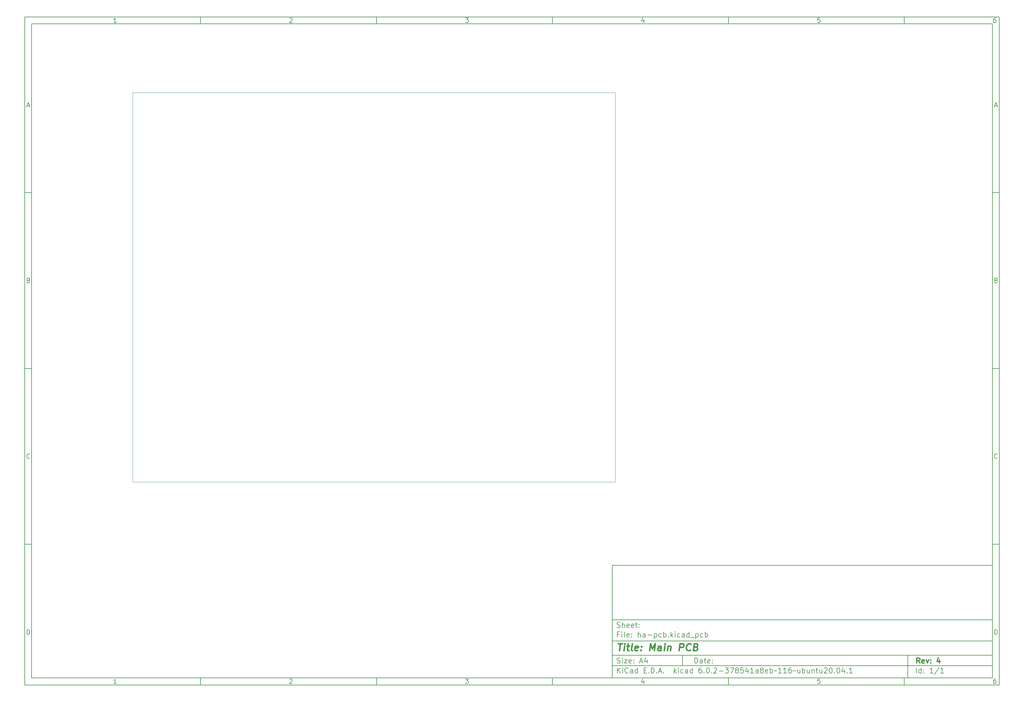
<source format=gbr>
%TF.GenerationSoftware,KiCad,Pcbnew,6.0.2-378541a8eb~116~ubuntu20.04.1*%
%TF.CreationDate,2022-03-11T14:36:40+02:00*%
%TF.ProjectId,ha-pcb,68612d70-6362-42e6-9b69-6361645f7063,4*%
%TF.SameCoordinates,Original*%
%TF.FileFunction,Legend,Bot*%
%TF.FilePolarity,Positive*%
%FSLAX46Y46*%
G04 Gerber Fmt 4.6, Leading zero omitted, Abs format (unit mm)*
G04 Created by KiCad (PCBNEW 6.0.2-378541a8eb~116~ubuntu20.04.1) date 2022-03-11 14:36:40*
%MOMM*%
%LPD*%
G01*
G04 APERTURE LIST*
%ADD10C,0.100000*%
%ADD11C,0.150000*%
%ADD12C,0.300000*%
%ADD13C,0.400000*%
%TA.AperFunction,Profile*%
%ADD14C,0.100000*%
%TD*%
G04 APERTURE END LIST*
D10*
D11*
X177002200Y-166007200D02*
X177002200Y-198007200D01*
X285002200Y-198007200D01*
X285002200Y-166007200D01*
X177002200Y-166007200D01*
D10*
D11*
X10000000Y-10000000D02*
X10000000Y-200007200D01*
X287002200Y-200007200D01*
X287002200Y-10000000D01*
X10000000Y-10000000D01*
D10*
D11*
X12000000Y-12000000D02*
X12000000Y-198007200D01*
X285002200Y-198007200D01*
X285002200Y-12000000D01*
X12000000Y-12000000D01*
D10*
D11*
X60000000Y-12000000D02*
X60000000Y-10000000D01*
D10*
D11*
X110000000Y-12000000D02*
X110000000Y-10000000D01*
D10*
D11*
X160000000Y-12000000D02*
X160000000Y-10000000D01*
D10*
D11*
X210000000Y-12000000D02*
X210000000Y-10000000D01*
D10*
D11*
X260000000Y-12000000D02*
X260000000Y-10000000D01*
D10*
D11*
X36065476Y-11588095D02*
X35322619Y-11588095D01*
X35694047Y-11588095D02*
X35694047Y-10288095D01*
X35570238Y-10473809D01*
X35446428Y-10597619D01*
X35322619Y-10659523D01*
D10*
D11*
X85322619Y-10411904D02*
X85384523Y-10350000D01*
X85508333Y-10288095D01*
X85817857Y-10288095D01*
X85941666Y-10350000D01*
X86003571Y-10411904D01*
X86065476Y-10535714D01*
X86065476Y-10659523D01*
X86003571Y-10845238D01*
X85260714Y-11588095D01*
X86065476Y-11588095D01*
D10*
D11*
X135260714Y-10288095D02*
X136065476Y-10288095D01*
X135632142Y-10783333D01*
X135817857Y-10783333D01*
X135941666Y-10845238D01*
X136003571Y-10907142D01*
X136065476Y-11030952D01*
X136065476Y-11340476D01*
X136003571Y-11464285D01*
X135941666Y-11526190D01*
X135817857Y-11588095D01*
X135446428Y-11588095D01*
X135322619Y-11526190D01*
X135260714Y-11464285D01*
D10*
D11*
X185941666Y-10721428D02*
X185941666Y-11588095D01*
X185632142Y-10226190D02*
X185322619Y-11154761D01*
X186127380Y-11154761D01*
D10*
D11*
X236003571Y-10288095D02*
X235384523Y-10288095D01*
X235322619Y-10907142D01*
X235384523Y-10845238D01*
X235508333Y-10783333D01*
X235817857Y-10783333D01*
X235941666Y-10845238D01*
X236003571Y-10907142D01*
X236065476Y-11030952D01*
X236065476Y-11340476D01*
X236003571Y-11464285D01*
X235941666Y-11526190D01*
X235817857Y-11588095D01*
X235508333Y-11588095D01*
X235384523Y-11526190D01*
X235322619Y-11464285D01*
D10*
D11*
X285941666Y-10288095D02*
X285694047Y-10288095D01*
X285570238Y-10350000D01*
X285508333Y-10411904D01*
X285384523Y-10597619D01*
X285322619Y-10845238D01*
X285322619Y-11340476D01*
X285384523Y-11464285D01*
X285446428Y-11526190D01*
X285570238Y-11588095D01*
X285817857Y-11588095D01*
X285941666Y-11526190D01*
X286003571Y-11464285D01*
X286065476Y-11340476D01*
X286065476Y-11030952D01*
X286003571Y-10907142D01*
X285941666Y-10845238D01*
X285817857Y-10783333D01*
X285570238Y-10783333D01*
X285446428Y-10845238D01*
X285384523Y-10907142D01*
X285322619Y-11030952D01*
D10*
D11*
X60000000Y-198007200D02*
X60000000Y-200007200D01*
D10*
D11*
X110000000Y-198007200D02*
X110000000Y-200007200D01*
D10*
D11*
X160000000Y-198007200D02*
X160000000Y-200007200D01*
D10*
D11*
X210000000Y-198007200D02*
X210000000Y-200007200D01*
D10*
D11*
X260000000Y-198007200D02*
X260000000Y-200007200D01*
D10*
D11*
X36065476Y-199595295D02*
X35322619Y-199595295D01*
X35694047Y-199595295D02*
X35694047Y-198295295D01*
X35570238Y-198481009D01*
X35446428Y-198604819D01*
X35322619Y-198666723D01*
D10*
D11*
X85322619Y-198419104D02*
X85384523Y-198357200D01*
X85508333Y-198295295D01*
X85817857Y-198295295D01*
X85941666Y-198357200D01*
X86003571Y-198419104D01*
X86065476Y-198542914D01*
X86065476Y-198666723D01*
X86003571Y-198852438D01*
X85260714Y-199595295D01*
X86065476Y-199595295D01*
D10*
D11*
X135260714Y-198295295D02*
X136065476Y-198295295D01*
X135632142Y-198790533D01*
X135817857Y-198790533D01*
X135941666Y-198852438D01*
X136003571Y-198914342D01*
X136065476Y-199038152D01*
X136065476Y-199347676D01*
X136003571Y-199471485D01*
X135941666Y-199533390D01*
X135817857Y-199595295D01*
X135446428Y-199595295D01*
X135322619Y-199533390D01*
X135260714Y-199471485D01*
D10*
D11*
X185941666Y-198728628D02*
X185941666Y-199595295D01*
X185632142Y-198233390D02*
X185322619Y-199161961D01*
X186127380Y-199161961D01*
D10*
D11*
X236003571Y-198295295D02*
X235384523Y-198295295D01*
X235322619Y-198914342D01*
X235384523Y-198852438D01*
X235508333Y-198790533D01*
X235817857Y-198790533D01*
X235941666Y-198852438D01*
X236003571Y-198914342D01*
X236065476Y-199038152D01*
X236065476Y-199347676D01*
X236003571Y-199471485D01*
X235941666Y-199533390D01*
X235817857Y-199595295D01*
X235508333Y-199595295D01*
X235384523Y-199533390D01*
X235322619Y-199471485D01*
D10*
D11*
X285941666Y-198295295D02*
X285694047Y-198295295D01*
X285570238Y-198357200D01*
X285508333Y-198419104D01*
X285384523Y-198604819D01*
X285322619Y-198852438D01*
X285322619Y-199347676D01*
X285384523Y-199471485D01*
X285446428Y-199533390D01*
X285570238Y-199595295D01*
X285817857Y-199595295D01*
X285941666Y-199533390D01*
X286003571Y-199471485D01*
X286065476Y-199347676D01*
X286065476Y-199038152D01*
X286003571Y-198914342D01*
X285941666Y-198852438D01*
X285817857Y-198790533D01*
X285570238Y-198790533D01*
X285446428Y-198852438D01*
X285384523Y-198914342D01*
X285322619Y-199038152D01*
D10*
D11*
X10000000Y-60000000D02*
X12000000Y-60000000D01*
D10*
D11*
X10000000Y-110000000D02*
X12000000Y-110000000D01*
D10*
D11*
X10000000Y-160000000D02*
X12000000Y-160000000D01*
D10*
D11*
X10690476Y-35216666D02*
X11309523Y-35216666D01*
X10566666Y-35588095D02*
X11000000Y-34288095D01*
X11433333Y-35588095D01*
D10*
D11*
X11092857Y-84907142D02*
X11278571Y-84969047D01*
X11340476Y-85030952D01*
X11402380Y-85154761D01*
X11402380Y-85340476D01*
X11340476Y-85464285D01*
X11278571Y-85526190D01*
X11154761Y-85588095D01*
X10659523Y-85588095D01*
X10659523Y-84288095D01*
X11092857Y-84288095D01*
X11216666Y-84350000D01*
X11278571Y-84411904D01*
X11340476Y-84535714D01*
X11340476Y-84659523D01*
X11278571Y-84783333D01*
X11216666Y-84845238D01*
X11092857Y-84907142D01*
X10659523Y-84907142D01*
D10*
D11*
X11402380Y-135464285D02*
X11340476Y-135526190D01*
X11154761Y-135588095D01*
X11030952Y-135588095D01*
X10845238Y-135526190D01*
X10721428Y-135402380D01*
X10659523Y-135278571D01*
X10597619Y-135030952D01*
X10597619Y-134845238D01*
X10659523Y-134597619D01*
X10721428Y-134473809D01*
X10845238Y-134350000D01*
X11030952Y-134288095D01*
X11154761Y-134288095D01*
X11340476Y-134350000D01*
X11402380Y-134411904D01*
D10*
D11*
X10659523Y-185588095D02*
X10659523Y-184288095D01*
X10969047Y-184288095D01*
X11154761Y-184350000D01*
X11278571Y-184473809D01*
X11340476Y-184597619D01*
X11402380Y-184845238D01*
X11402380Y-185030952D01*
X11340476Y-185278571D01*
X11278571Y-185402380D01*
X11154761Y-185526190D01*
X10969047Y-185588095D01*
X10659523Y-185588095D01*
D10*
D11*
X287002200Y-60000000D02*
X285002200Y-60000000D01*
D10*
D11*
X287002200Y-110000000D02*
X285002200Y-110000000D01*
D10*
D11*
X287002200Y-160000000D02*
X285002200Y-160000000D01*
D10*
D11*
X285692676Y-35216666D02*
X286311723Y-35216666D01*
X285568866Y-35588095D02*
X286002200Y-34288095D01*
X286435533Y-35588095D01*
D10*
D11*
X286095057Y-84907142D02*
X286280771Y-84969047D01*
X286342676Y-85030952D01*
X286404580Y-85154761D01*
X286404580Y-85340476D01*
X286342676Y-85464285D01*
X286280771Y-85526190D01*
X286156961Y-85588095D01*
X285661723Y-85588095D01*
X285661723Y-84288095D01*
X286095057Y-84288095D01*
X286218866Y-84350000D01*
X286280771Y-84411904D01*
X286342676Y-84535714D01*
X286342676Y-84659523D01*
X286280771Y-84783333D01*
X286218866Y-84845238D01*
X286095057Y-84907142D01*
X285661723Y-84907142D01*
D10*
D11*
X286404580Y-135464285D02*
X286342676Y-135526190D01*
X286156961Y-135588095D01*
X286033152Y-135588095D01*
X285847438Y-135526190D01*
X285723628Y-135402380D01*
X285661723Y-135278571D01*
X285599819Y-135030952D01*
X285599819Y-134845238D01*
X285661723Y-134597619D01*
X285723628Y-134473809D01*
X285847438Y-134350000D01*
X286033152Y-134288095D01*
X286156961Y-134288095D01*
X286342676Y-134350000D01*
X286404580Y-134411904D01*
D10*
D11*
X285661723Y-185588095D02*
X285661723Y-184288095D01*
X285971247Y-184288095D01*
X286156961Y-184350000D01*
X286280771Y-184473809D01*
X286342676Y-184597619D01*
X286404580Y-184845238D01*
X286404580Y-185030952D01*
X286342676Y-185278571D01*
X286280771Y-185402380D01*
X286156961Y-185526190D01*
X285971247Y-185588095D01*
X285661723Y-185588095D01*
D10*
D11*
X200434342Y-193785771D02*
X200434342Y-192285771D01*
X200791485Y-192285771D01*
X201005771Y-192357200D01*
X201148628Y-192500057D01*
X201220057Y-192642914D01*
X201291485Y-192928628D01*
X201291485Y-193142914D01*
X201220057Y-193428628D01*
X201148628Y-193571485D01*
X201005771Y-193714342D01*
X200791485Y-193785771D01*
X200434342Y-193785771D01*
X202577200Y-193785771D02*
X202577200Y-193000057D01*
X202505771Y-192857200D01*
X202362914Y-192785771D01*
X202077200Y-192785771D01*
X201934342Y-192857200D01*
X202577200Y-193714342D02*
X202434342Y-193785771D01*
X202077200Y-193785771D01*
X201934342Y-193714342D01*
X201862914Y-193571485D01*
X201862914Y-193428628D01*
X201934342Y-193285771D01*
X202077200Y-193214342D01*
X202434342Y-193214342D01*
X202577200Y-193142914D01*
X203077200Y-192785771D02*
X203648628Y-192785771D01*
X203291485Y-192285771D02*
X203291485Y-193571485D01*
X203362914Y-193714342D01*
X203505771Y-193785771D01*
X203648628Y-193785771D01*
X204720057Y-193714342D02*
X204577200Y-193785771D01*
X204291485Y-193785771D01*
X204148628Y-193714342D01*
X204077200Y-193571485D01*
X204077200Y-193000057D01*
X204148628Y-192857200D01*
X204291485Y-192785771D01*
X204577200Y-192785771D01*
X204720057Y-192857200D01*
X204791485Y-193000057D01*
X204791485Y-193142914D01*
X204077200Y-193285771D01*
X205434342Y-193642914D02*
X205505771Y-193714342D01*
X205434342Y-193785771D01*
X205362914Y-193714342D01*
X205434342Y-193642914D01*
X205434342Y-193785771D01*
X205434342Y-192857200D02*
X205505771Y-192928628D01*
X205434342Y-193000057D01*
X205362914Y-192928628D01*
X205434342Y-192857200D01*
X205434342Y-193000057D01*
D10*
D11*
X177002200Y-194507200D02*
X285002200Y-194507200D01*
D10*
D11*
X178434342Y-196585771D02*
X178434342Y-195085771D01*
X179291485Y-196585771D02*
X178648628Y-195728628D01*
X179291485Y-195085771D02*
X178434342Y-195942914D01*
X179934342Y-196585771D02*
X179934342Y-195585771D01*
X179934342Y-195085771D02*
X179862914Y-195157200D01*
X179934342Y-195228628D01*
X180005771Y-195157200D01*
X179934342Y-195085771D01*
X179934342Y-195228628D01*
X181505771Y-196442914D02*
X181434342Y-196514342D01*
X181220057Y-196585771D01*
X181077200Y-196585771D01*
X180862914Y-196514342D01*
X180720057Y-196371485D01*
X180648628Y-196228628D01*
X180577200Y-195942914D01*
X180577200Y-195728628D01*
X180648628Y-195442914D01*
X180720057Y-195300057D01*
X180862914Y-195157200D01*
X181077200Y-195085771D01*
X181220057Y-195085771D01*
X181434342Y-195157200D01*
X181505771Y-195228628D01*
X182791485Y-196585771D02*
X182791485Y-195800057D01*
X182720057Y-195657200D01*
X182577200Y-195585771D01*
X182291485Y-195585771D01*
X182148628Y-195657200D01*
X182791485Y-196514342D02*
X182648628Y-196585771D01*
X182291485Y-196585771D01*
X182148628Y-196514342D01*
X182077200Y-196371485D01*
X182077200Y-196228628D01*
X182148628Y-196085771D01*
X182291485Y-196014342D01*
X182648628Y-196014342D01*
X182791485Y-195942914D01*
X184148628Y-196585771D02*
X184148628Y-195085771D01*
X184148628Y-196514342D02*
X184005771Y-196585771D01*
X183720057Y-196585771D01*
X183577200Y-196514342D01*
X183505771Y-196442914D01*
X183434342Y-196300057D01*
X183434342Y-195871485D01*
X183505771Y-195728628D01*
X183577200Y-195657200D01*
X183720057Y-195585771D01*
X184005771Y-195585771D01*
X184148628Y-195657200D01*
X186005771Y-195800057D02*
X186505771Y-195800057D01*
X186720057Y-196585771D02*
X186005771Y-196585771D01*
X186005771Y-195085771D01*
X186720057Y-195085771D01*
X187362914Y-196442914D02*
X187434342Y-196514342D01*
X187362914Y-196585771D01*
X187291485Y-196514342D01*
X187362914Y-196442914D01*
X187362914Y-196585771D01*
X188077200Y-196585771D02*
X188077200Y-195085771D01*
X188434342Y-195085771D01*
X188648628Y-195157200D01*
X188791485Y-195300057D01*
X188862914Y-195442914D01*
X188934342Y-195728628D01*
X188934342Y-195942914D01*
X188862914Y-196228628D01*
X188791485Y-196371485D01*
X188648628Y-196514342D01*
X188434342Y-196585771D01*
X188077200Y-196585771D01*
X189577200Y-196442914D02*
X189648628Y-196514342D01*
X189577200Y-196585771D01*
X189505771Y-196514342D01*
X189577200Y-196442914D01*
X189577200Y-196585771D01*
X190220057Y-196157200D02*
X190934342Y-196157200D01*
X190077200Y-196585771D02*
X190577200Y-195085771D01*
X191077200Y-196585771D01*
X191577200Y-196442914D02*
X191648628Y-196514342D01*
X191577200Y-196585771D01*
X191505771Y-196514342D01*
X191577200Y-196442914D01*
X191577200Y-196585771D01*
X194577200Y-196585771D02*
X194577200Y-195085771D01*
X194720057Y-196014342D02*
X195148628Y-196585771D01*
X195148628Y-195585771D02*
X194577200Y-196157200D01*
X195791485Y-196585771D02*
X195791485Y-195585771D01*
X195791485Y-195085771D02*
X195720057Y-195157200D01*
X195791485Y-195228628D01*
X195862914Y-195157200D01*
X195791485Y-195085771D01*
X195791485Y-195228628D01*
X197148628Y-196514342D02*
X197005771Y-196585771D01*
X196720057Y-196585771D01*
X196577200Y-196514342D01*
X196505771Y-196442914D01*
X196434342Y-196300057D01*
X196434342Y-195871485D01*
X196505771Y-195728628D01*
X196577200Y-195657200D01*
X196720057Y-195585771D01*
X197005771Y-195585771D01*
X197148628Y-195657200D01*
X198434342Y-196585771D02*
X198434342Y-195800057D01*
X198362914Y-195657200D01*
X198220057Y-195585771D01*
X197934342Y-195585771D01*
X197791485Y-195657200D01*
X198434342Y-196514342D02*
X198291485Y-196585771D01*
X197934342Y-196585771D01*
X197791485Y-196514342D01*
X197720057Y-196371485D01*
X197720057Y-196228628D01*
X197791485Y-196085771D01*
X197934342Y-196014342D01*
X198291485Y-196014342D01*
X198434342Y-195942914D01*
X199791485Y-196585771D02*
X199791485Y-195085771D01*
X199791485Y-196514342D02*
X199648628Y-196585771D01*
X199362914Y-196585771D01*
X199220057Y-196514342D01*
X199148628Y-196442914D01*
X199077200Y-196300057D01*
X199077200Y-195871485D01*
X199148628Y-195728628D01*
X199220057Y-195657200D01*
X199362914Y-195585771D01*
X199648628Y-195585771D01*
X199791485Y-195657200D01*
X202291485Y-195085771D02*
X202005771Y-195085771D01*
X201862914Y-195157200D01*
X201791485Y-195228628D01*
X201648628Y-195442914D01*
X201577200Y-195728628D01*
X201577200Y-196300057D01*
X201648628Y-196442914D01*
X201720057Y-196514342D01*
X201862914Y-196585771D01*
X202148628Y-196585771D01*
X202291485Y-196514342D01*
X202362914Y-196442914D01*
X202434342Y-196300057D01*
X202434342Y-195942914D01*
X202362914Y-195800057D01*
X202291485Y-195728628D01*
X202148628Y-195657200D01*
X201862914Y-195657200D01*
X201720057Y-195728628D01*
X201648628Y-195800057D01*
X201577200Y-195942914D01*
X203077200Y-196442914D02*
X203148628Y-196514342D01*
X203077200Y-196585771D01*
X203005771Y-196514342D01*
X203077200Y-196442914D01*
X203077200Y-196585771D01*
X204077200Y-195085771D02*
X204220057Y-195085771D01*
X204362914Y-195157200D01*
X204434342Y-195228628D01*
X204505771Y-195371485D01*
X204577200Y-195657200D01*
X204577200Y-196014342D01*
X204505771Y-196300057D01*
X204434342Y-196442914D01*
X204362914Y-196514342D01*
X204220057Y-196585771D01*
X204077200Y-196585771D01*
X203934342Y-196514342D01*
X203862914Y-196442914D01*
X203791485Y-196300057D01*
X203720057Y-196014342D01*
X203720057Y-195657200D01*
X203791485Y-195371485D01*
X203862914Y-195228628D01*
X203934342Y-195157200D01*
X204077200Y-195085771D01*
X205220057Y-196442914D02*
X205291485Y-196514342D01*
X205220057Y-196585771D01*
X205148628Y-196514342D01*
X205220057Y-196442914D01*
X205220057Y-196585771D01*
X205862914Y-195228628D02*
X205934342Y-195157200D01*
X206077200Y-195085771D01*
X206434342Y-195085771D01*
X206577200Y-195157200D01*
X206648628Y-195228628D01*
X206720057Y-195371485D01*
X206720057Y-195514342D01*
X206648628Y-195728628D01*
X205791485Y-196585771D01*
X206720057Y-196585771D01*
X207362914Y-196014342D02*
X208505771Y-196014342D01*
X209077200Y-195085771D02*
X210005771Y-195085771D01*
X209505771Y-195657200D01*
X209720057Y-195657200D01*
X209862914Y-195728628D01*
X209934342Y-195800057D01*
X210005771Y-195942914D01*
X210005771Y-196300057D01*
X209934342Y-196442914D01*
X209862914Y-196514342D01*
X209720057Y-196585771D01*
X209291485Y-196585771D01*
X209148628Y-196514342D01*
X209077200Y-196442914D01*
X210505771Y-195085771D02*
X211505771Y-195085771D01*
X210862914Y-196585771D01*
X212291485Y-195728628D02*
X212148628Y-195657200D01*
X212077200Y-195585771D01*
X212005771Y-195442914D01*
X212005771Y-195371485D01*
X212077200Y-195228628D01*
X212148628Y-195157200D01*
X212291485Y-195085771D01*
X212577200Y-195085771D01*
X212720057Y-195157200D01*
X212791485Y-195228628D01*
X212862914Y-195371485D01*
X212862914Y-195442914D01*
X212791485Y-195585771D01*
X212720057Y-195657200D01*
X212577200Y-195728628D01*
X212291485Y-195728628D01*
X212148628Y-195800057D01*
X212077200Y-195871485D01*
X212005771Y-196014342D01*
X212005771Y-196300057D01*
X212077200Y-196442914D01*
X212148628Y-196514342D01*
X212291485Y-196585771D01*
X212577200Y-196585771D01*
X212720057Y-196514342D01*
X212791485Y-196442914D01*
X212862914Y-196300057D01*
X212862914Y-196014342D01*
X212791485Y-195871485D01*
X212720057Y-195800057D01*
X212577200Y-195728628D01*
X214220057Y-195085771D02*
X213505771Y-195085771D01*
X213434342Y-195800057D01*
X213505771Y-195728628D01*
X213648628Y-195657200D01*
X214005771Y-195657200D01*
X214148628Y-195728628D01*
X214220057Y-195800057D01*
X214291485Y-195942914D01*
X214291485Y-196300057D01*
X214220057Y-196442914D01*
X214148628Y-196514342D01*
X214005771Y-196585771D01*
X213648628Y-196585771D01*
X213505771Y-196514342D01*
X213434342Y-196442914D01*
X215577200Y-195585771D02*
X215577200Y-196585771D01*
X215220057Y-195014342D02*
X214862914Y-196085771D01*
X215791485Y-196085771D01*
X217148628Y-196585771D02*
X216291485Y-196585771D01*
X216720057Y-196585771D02*
X216720057Y-195085771D01*
X216577200Y-195300057D01*
X216434342Y-195442914D01*
X216291485Y-195514342D01*
X218434342Y-196585771D02*
X218434342Y-195800057D01*
X218362914Y-195657200D01*
X218220057Y-195585771D01*
X217934342Y-195585771D01*
X217791485Y-195657200D01*
X218434342Y-196514342D02*
X218291485Y-196585771D01*
X217934342Y-196585771D01*
X217791485Y-196514342D01*
X217720057Y-196371485D01*
X217720057Y-196228628D01*
X217791485Y-196085771D01*
X217934342Y-196014342D01*
X218291485Y-196014342D01*
X218434342Y-195942914D01*
X219362914Y-195728628D02*
X219220057Y-195657200D01*
X219148628Y-195585771D01*
X219077200Y-195442914D01*
X219077200Y-195371485D01*
X219148628Y-195228628D01*
X219220057Y-195157200D01*
X219362914Y-195085771D01*
X219648628Y-195085771D01*
X219791485Y-195157200D01*
X219862914Y-195228628D01*
X219934342Y-195371485D01*
X219934342Y-195442914D01*
X219862914Y-195585771D01*
X219791485Y-195657200D01*
X219648628Y-195728628D01*
X219362914Y-195728628D01*
X219220057Y-195800057D01*
X219148628Y-195871485D01*
X219077200Y-196014342D01*
X219077200Y-196300057D01*
X219148628Y-196442914D01*
X219220057Y-196514342D01*
X219362914Y-196585771D01*
X219648628Y-196585771D01*
X219791485Y-196514342D01*
X219862914Y-196442914D01*
X219934342Y-196300057D01*
X219934342Y-196014342D01*
X219862914Y-195871485D01*
X219791485Y-195800057D01*
X219648628Y-195728628D01*
X221148628Y-196514342D02*
X221005771Y-196585771D01*
X220720057Y-196585771D01*
X220577200Y-196514342D01*
X220505771Y-196371485D01*
X220505771Y-195800057D01*
X220577200Y-195657200D01*
X220720057Y-195585771D01*
X221005771Y-195585771D01*
X221148628Y-195657200D01*
X221220057Y-195800057D01*
X221220057Y-195942914D01*
X220505771Y-196085771D01*
X221862914Y-196585771D02*
X221862914Y-195085771D01*
X221862914Y-195657200D02*
X222005771Y-195585771D01*
X222291485Y-195585771D01*
X222434342Y-195657200D01*
X222505771Y-195728628D01*
X222577200Y-195871485D01*
X222577200Y-196300057D01*
X222505771Y-196442914D01*
X222434342Y-196514342D01*
X222291485Y-196585771D01*
X222005771Y-196585771D01*
X221862914Y-196514342D01*
X223005771Y-196014342D02*
X223077200Y-195942914D01*
X223220057Y-195871485D01*
X223505771Y-196014342D01*
X223648628Y-195942914D01*
X223720057Y-195871485D01*
X225077200Y-196585771D02*
X224220057Y-196585771D01*
X224648628Y-196585771D02*
X224648628Y-195085771D01*
X224505771Y-195300057D01*
X224362914Y-195442914D01*
X224220057Y-195514342D01*
X226505771Y-196585771D02*
X225648628Y-196585771D01*
X226077200Y-196585771D02*
X226077200Y-195085771D01*
X225934342Y-195300057D01*
X225791485Y-195442914D01*
X225648628Y-195514342D01*
X227791485Y-195085771D02*
X227505771Y-195085771D01*
X227362914Y-195157200D01*
X227291485Y-195228628D01*
X227148628Y-195442914D01*
X227077199Y-195728628D01*
X227077199Y-196300057D01*
X227148628Y-196442914D01*
X227220057Y-196514342D01*
X227362914Y-196585771D01*
X227648628Y-196585771D01*
X227791485Y-196514342D01*
X227862914Y-196442914D01*
X227934342Y-196300057D01*
X227934342Y-195942914D01*
X227862914Y-195800057D01*
X227791485Y-195728628D01*
X227648628Y-195657200D01*
X227362914Y-195657200D01*
X227220057Y-195728628D01*
X227148628Y-195800057D01*
X227077199Y-195942914D01*
X228362914Y-196014342D02*
X228434342Y-195942914D01*
X228577199Y-195871485D01*
X228862914Y-196014342D01*
X229005771Y-195942914D01*
X229077199Y-195871485D01*
X230291485Y-195585771D02*
X230291485Y-196585771D01*
X229648628Y-195585771D02*
X229648628Y-196371485D01*
X229720057Y-196514342D01*
X229862914Y-196585771D01*
X230077199Y-196585771D01*
X230220057Y-196514342D01*
X230291485Y-196442914D01*
X231005771Y-196585771D02*
X231005771Y-195085771D01*
X231005771Y-195657200D02*
X231148628Y-195585771D01*
X231434342Y-195585771D01*
X231577199Y-195657200D01*
X231648628Y-195728628D01*
X231720057Y-195871485D01*
X231720057Y-196300057D01*
X231648628Y-196442914D01*
X231577199Y-196514342D01*
X231434342Y-196585771D01*
X231148628Y-196585771D01*
X231005771Y-196514342D01*
X233005771Y-195585771D02*
X233005771Y-196585771D01*
X232362914Y-195585771D02*
X232362914Y-196371485D01*
X232434342Y-196514342D01*
X232577200Y-196585771D01*
X232791485Y-196585771D01*
X232934342Y-196514342D01*
X233005771Y-196442914D01*
X233720057Y-195585771D02*
X233720057Y-196585771D01*
X233720057Y-195728628D02*
X233791485Y-195657200D01*
X233934342Y-195585771D01*
X234148628Y-195585771D01*
X234291485Y-195657200D01*
X234362914Y-195800057D01*
X234362914Y-196585771D01*
X234862914Y-195585771D02*
X235434342Y-195585771D01*
X235077200Y-195085771D02*
X235077200Y-196371485D01*
X235148628Y-196514342D01*
X235291485Y-196585771D01*
X235434342Y-196585771D01*
X236577200Y-195585771D02*
X236577200Y-196585771D01*
X235934342Y-195585771D02*
X235934342Y-196371485D01*
X236005771Y-196514342D01*
X236148628Y-196585771D01*
X236362914Y-196585771D01*
X236505771Y-196514342D01*
X236577200Y-196442914D01*
X237220057Y-195228628D02*
X237291485Y-195157200D01*
X237434342Y-195085771D01*
X237791485Y-195085771D01*
X237934342Y-195157200D01*
X238005771Y-195228628D01*
X238077200Y-195371485D01*
X238077200Y-195514342D01*
X238005771Y-195728628D01*
X237148628Y-196585771D01*
X238077200Y-196585771D01*
X239005771Y-195085771D02*
X239148628Y-195085771D01*
X239291485Y-195157200D01*
X239362914Y-195228628D01*
X239434342Y-195371485D01*
X239505771Y-195657200D01*
X239505771Y-196014342D01*
X239434342Y-196300057D01*
X239362914Y-196442914D01*
X239291485Y-196514342D01*
X239148628Y-196585771D01*
X239005771Y-196585771D01*
X238862914Y-196514342D01*
X238791485Y-196442914D01*
X238720057Y-196300057D01*
X238648628Y-196014342D01*
X238648628Y-195657200D01*
X238720057Y-195371485D01*
X238791485Y-195228628D01*
X238862914Y-195157200D01*
X239005771Y-195085771D01*
X240148628Y-196442914D02*
X240220057Y-196514342D01*
X240148628Y-196585771D01*
X240077199Y-196514342D01*
X240148628Y-196442914D01*
X240148628Y-196585771D01*
X241148628Y-195085771D02*
X241291485Y-195085771D01*
X241434342Y-195157200D01*
X241505771Y-195228628D01*
X241577200Y-195371485D01*
X241648628Y-195657200D01*
X241648628Y-196014342D01*
X241577200Y-196300057D01*
X241505771Y-196442914D01*
X241434342Y-196514342D01*
X241291485Y-196585771D01*
X241148628Y-196585771D01*
X241005771Y-196514342D01*
X240934342Y-196442914D01*
X240862914Y-196300057D01*
X240791485Y-196014342D01*
X240791485Y-195657200D01*
X240862914Y-195371485D01*
X240934342Y-195228628D01*
X241005771Y-195157200D01*
X241148628Y-195085771D01*
X242934342Y-195585771D02*
X242934342Y-196585771D01*
X242577199Y-195014342D02*
X242220057Y-196085771D01*
X243148628Y-196085771D01*
X243720057Y-196442914D02*
X243791485Y-196514342D01*
X243720057Y-196585771D01*
X243648628Y-196514342D01*
X243720057Y-196442914D01*
X243720057Y-196585771D01*
X245220057Y-196585771D02*
X244362914Y-196585771D01*
X244791485Y-196585771D02*
X244791485Y-195085771D01*
X244648628Y-195300057D01*
X244505771Y-195442914D01*
X244362914Y-195514342D01*
D10*
D11*
X177002200Y-191507200D02*
X285002200Y-191507200D01*
D10*
D12*
X264411485Y-193785771D02*
X263911485Y-193071485D01*
X263554342Y-193785771D02*
X263554342Y-192285771D01*
X264125771Y-192285771D01*
X264268628Y-192357200D01*
X264340057Y-192428628D01*
X264411485Y-192571485D01*
X264411485Y-192785771D01*
X264340057Y-192928628D01*
X264268628Y-193000057D01*
X264125771Y-193071485D01*
X263554342Y-193071485D01*
X265625771Y-193714342D02*
X265482914Y-193785771D01*
X265197200Y-193785771D01*
X265054342Y-193714342D01*
X264982914Y-193571485D01*
X264982914Y-193000057D01*
X265054342Y-192857200D01*
X265197200Y-192785771D01*
X265482914Y-192785771D01*
X265625771Y-192857200D01*
X265697200Y-193000057D01*
X265697200Y-193142914D01*
X264982914Y-193285771D01*
X266197200Y-192785771D02*
X266554342Y-193785771D01*
X266911485Y-192785771D01*
X267482914Y-193642914D02*
X267554342Y-193714342D01*
X267482914Y-193785771D01*
X267411485Y-193714342D01*
X267482914Y-193642914D01*
X267482914Y-193785771D01*
X267482914Y-192857200D02*
X267554342Y-192928628D01*
X267482914Y-193000057D01*
X267411485Y-192928628D01*
X267482914Y-192857200D01*
X267482914Y-193000057D01*
X269982914Y-192785771D02*
X269982914Y-193785771D01*
X269625771Y-192214342D02*
X269268628Y-193285771D01*
X270197200Y-193285771D01*
D10*
D11*
X178362914Y-193714342D02*
X178577200Y-193785771D01*
X178934342Y-193785771D01*
X179077200Y-193714342D01*
X179148628Y-193642914D01*
X179220057Y-193500057D01*
X179220057Y-193357200D01*
X179148628Y-193214342D01*
X179077200Y-193142914D01*
X178934342Y-193071485D01*
X178648628Y-193000057D01*
X178505771Y-192928628D01*
X178434342Y-192857200D01*
X178362914Y-192714342D01*
X178362914Y-192571485D01*
X178434342Y-192428628D01*
X178505771Y-192357200D01*
X178648628Y-192285771D01*
X179005771Y-192285771D01*
X179220057Y-192357200D01*
X179862914Y-193785771D02*
X179862914Y-192785771D01*
X179862914Y-192285771D02*
X179791485Y-192357200D01*
X179862914Y-192428628D01*
X179934342Y-192357200D01*
X179862914Y-192285771D01*
X179862914Y-192428628D01*
X180434342Y-192785771D02*
X181220057Y-192785771D01*
X180434342Y-193785771D01*
X181220057Y-193785771D01*
X182362914Y-193714342D02*
X182220057Y-193785771D01*
X181934342Y-193785771D01*
X181791485Y-193714342D01*
X181720057Y-193571485D01*
X181720057Y-193000057D01*
X181791485Y-192857200D01*
X181934342Y-192785771D01*
X182220057Y-192785771D01*
X182362914Y-192857200D01*
X182434342Y-193000057D01*
X182434342Y-193142914D01*
X181720057Y-193285771D01*
X183077200Y-193642914D02*
X183148628Y-193714342D01*
X183077200Y-193785771D01*
X183005771Y-193714342D01*
X183077200Y-193642914D01*
X183077200Y-193785771D01*
X183077200Y-192857200D02*
X183148628Y-192928628D01*
X183077200Y-193000057D01*
X183005771Y-192928628D01*
X183077200Y-192857200D01*
X183077200Y-193000057D01*
X184862914Y-193357200D02*
X185577200Y-193357200D01*
X184720057Y-193785771D02*
X185220057Y-192285771D01*
X185720057Y-193785771D01*
X186862914Y-192785771D02*
X186862914Y-193785771D01*
X186505771Y-192214342D02*
X186148628Y-193285771D01*
X187077200Y-193285771D01*
D10*
D11*
X263434342Y-196585771D02*
X263434342Y-195085771D01*
X264791485Y-196585771D02*
X264791485Y-195085771D01*
X264791485Y-196514342D02*
X264648628Y-196585771D01*
X264362914Y-196585771D01*
X264220057Y-196514342D01*
X264148628Y-196442914D01*
X264077200Y-196300057D01*
X264077200Y-195871485D01*
X264148628Y-195728628D01*
X264220057Y-195657200D01*
X264362914Y-195585771D01*
X264648628Y-195585771D01*
X264791485Y-195657200D01*
X265505771Y-196442914D02*
X265577200Y-196514342D01*
X265505771Y-196585771D01*
X265434342Y-196514342D01*
X265505771Y-196442914D01*
X265505771Y-196585771D01*
X265505771Y-195657200D02*
X265577200Y-195728628D01*
X265505771Y-195800057D01*
X265434342Y-195728628D01*
X265505771Y-195657200D01*
X265505771Y-195800057D01*
X268148628Y-196585771D02*
X267291485Y-196585771D01*
X267720057Y-196585771D02*
X267720057Y-195085771D01*
X267577200Y-195300057D01*
X267434342Y-195442914D01*
X267291485Y-195514342D01*
X269862914Y-195014342D02*
X268577200Y-196942914D01*
X271148628Y-196585771D02*
X270291485Y-196585771D01*
X270720057Y-196585771D02*
X270720057Y-195085771D01*
X270577200Y-195300057D01*
X270434342Y-195442914D01*
X270291485Y-195514342D01*
D10*
D11*
X177002200Y-187507200D02*
X285002200Y-187507200D01*
D10*
D13*
X178714580Y-188211961D02*
X179857438Y-188211961D01*
X179036009Y-190211961D02*
X179286009Y-188211961D01*
X180274104Y-190211961D02*
X180440771Y-188878628D01*
X180524104Y-188211961D02*
X180416961Y-188307200D01*
X180500295Y-188402438D01*
X180607438Y-188307200D01*
X180524104Y-188211961D01*
X180500295Y-188402438D01*
X181107438Y-188878628D02*
X181869342Y-188878628D01*
X181476485Y-188211961D02*
X181262200Y-189926247D01*
X181333628Y-190116723D01*
X181512200Y-190211961D01*
X181702676Y-190211961D01*
X182655057Y-190211961D02*
X182476485Y-190116723D01*
X182405057Y-189926247D01*
X182619342Y-188211961D01*
X184190771Y-190116723D02*
X183988390Y-190211961D01*
X183607438Y-190211961D01*
X183428866Y-190116723D01*
X183357438Y-189926247D01*
X183452676Y-189164342D01*
X183571723Y-188973866D01*
X183774104Y-188878628D01*
X184155057Y-188878628D01*
X184333628Y-188973866D01*
X184405057Y-189164342D01*
X184381247Y-189354819D01*
X183405057Y-189545295D01*
X185155057Y-190021485D02*
X185238390Y-190116723D01*
X185131247Y-190211961D01*
X185047914Y-190116723D01*
X185155057Y-190021485D01*
X185131247Y-190211961D01*
X185286009Y-188973866D02*
X185369342Y-189069104D01*
X185262200Y-189164342D01*
X185178866Y-189069104D01*
X185286009Y-188973866D01*
X185262200Y-189164342D01*
X187607438Y-190211961D02*
X187857438Y-188211961D01*
X188345533Y-189640533D01*
X189190771Y-188211961D01*
X188940771Y-190211961D01*
X190750295Y-190211961D02*
X190881247Y-189164342D01*
X190809819Y-188973866D01*
X190631247Y-188878628D01*
X190250295Y-188878628D01*
X190047914Y-188973866D01*
X190762200Y-190116723D02*
X190559819Y-190211961D01*
X190083628Y-190211961D01*
X189905057Y-190116723D01*
X189833628Y-189926247D01*
X189857438Y-189735771D01*
X189976485Y-189545295D01*
X190178866Y-189450057D01*
X190655057Y-189450057D01*
X190857438Y-189354819D01*
X191702676Y-190211961D02*
X191869342Y-188878628D01*
X191952676Y-188211961D02*
X191845533Y-188307200D01*
X191928866Y-188402438D01*
X192036009Y-188307200D01*
X191952676Y-188211961D01*
X191928866Y-188402438D01*
X192821723Y-188878628D02*
X192655057Y-190211961D01*
X192797914Y-189069104D02*
X192905057Y-188973866D01*
X193107438Y-188878628D01*
X193393152Y-188878628D01*
X193571723Y-188973866D01*
X193643152Y-189164342D01*
X193512200Y-190211961D01*
X195988390Y-190211961D02*
X196238390Y-188211961D01*
X197000295Y-188211961D01*
X197178866Y-188307200D01*
X197262200Y-188402438D01*
X197333628Y-188592914D01*
X197297914Y-188878628D01*
X197178866Y-189069104D01*
X197071723Y-189164342D01*
X196869342Y-189259580D01*
X196107438Y-189259580D01*
X199155057Y-190021485D02*
X199047914Y-190116723D01*
X198750295Y-190211961D01*
X198559819Y-190211961D01*
X198286009Y-190116723D01*
X198119342Y-189926247D01*
X198047914Y-189735771D01*
X198000295Y-189354819D01*
X198036009Y-189069104D01*
X198178866Y-188688152D01*
X198297914Y-188497676D01*
X198512200Y-188307200D01*
X198809819Y-188211961D01*
X199000295Y-188211961D01*
X199274104Y-188307200D01*
X199357438Y-188402438D01*
X200786009Y-189164342D02*
X201059819Y-189259580D01*
X201143152Y-189354819D01*
X201214580Y-189545295D01*
X201178866Y-189831009D01*
X201059819Y-190021485D01*
X200952676Y-190116723D01*
X200750295Y-190211961D01*
X199988390Y-190211961D01*
X200238390Y-188211961D01*
X200905057Y-188211961D01*
X201083628Y-188307200D01*
X201166961Y-188402438D01*
X201238390Y-188592914D01*
X201214580Y-188783390D01*
X201095533Y-188973866D01*
X200988390Y-189069104D01*
X200786009Y-189164342D01*
X200119342Y-189164342D01*
D10*
D11*
X178934342Y-185600057D02*
X178434342Y-185600057D01*
X178434342Y-186385771D02*
X178434342Y-184885771D01*
X179148628Y-184885771D01*
X179720057Y-186385771D02*
X179720057Y-185385771D01*
X179720057Y-184885771D02*
X179648628Y-184957200D01*
X179720057Y-185028628D01*
X179791485Y-184957200D01*
X179720057Y-184885771D01*
X179720057Y-185028628D01*
X180648628Y-186385771D02*
X180505771Y-186314342D01*
X180434342Y-186171485D01*
X180434342Y-184885771D01*
X181791485Y-186314342D02*
X181648628Y-186385771D01*
X181362914Y-186385771D01*
X181220057Y-186314342D01*
X181148628Y-186171485D01*
X181148628Y-185600057D01*
X181220057Y-185457200D01*
X181362914Y-185385771D01*
X181648628Y-185385771D01*
X181791485Y-185457200D01*
X181862914Y-185600057D01*
X181862914Y-185742914D01*
X181148628Y-185885771D01*
X182505771Y-186242914D02*
X182577200Y-186314342D01*
X182505771Y-186385771D01*
X182434342Y-186314342D01*
X182505771Y-186242914D01*
X182505771Y-186385771D01*
X182505771Y-185457200D02*
X182577200Y-185528628D01*
X182505771Y-185600057D01*
X182434342Y-185528628D01*
X182505771Y-185457200D01*
X182505771Y-185600057D01*
X184362914Y-186385771D02*
X184362914Y-184885771D01*
X185005771Y-186385771D02*
X185005771Y-185600057D01*
X184934342Y-185457200D01*
X184791485Y-185385771D01*
X184577200Y-185385771D01*
X184434342Y-185457200D01*
X184362914Y-185528628D01*
X186362914Y-186385771D02*
X186362914Y-185600057D01*
X186291485Y-185457200D01*
X186148628Y-185385771D01*
X185862914Y-185385771D01*
X185720057Y-185457200D01*
X186362914Y-186314342D02*
X186220057Y-186385771D01*
X185862914Y-186385771D01*
X185720057Y-186314342D01*
X185648628Y-186171485D01*
X185648628Y-186028628D01*
X185720057Y-185885771D01*
X185862914Y-185814342D01*
X186220057Y-185814342D01*
X186362914Y-185742914D01*
X187077200Y-185814342D02*
X188220057Y-185814342D01*
X188934342Y-185385771D02*
X188934342Y-186885771D01*
X188934342Y-185457200D02*
X189077200Y-185385771D01*
X189362914Y-185385771D01*
X189505771Y-185457200D01*
X189577200Y-185528628D01*
X189648628Y-185671485D01*
X189648628Y-186100057D01*
X189577200Y-186242914D01*
X189505771Y-186314342D01*
X189362914Y-186385771D01*
X189077200Y-186385771D01*
X188934342Y-186314342D01*
X190934342Y-186314342D02*
X190791485Y-186385771D01*
X190505771Y-186385771D01*
X190362914Y-186314342D01*
X190291485Y-186242914D01*
X190220057Y-186100057D01*
X190220057Y-185671485D01*
X190291485Y-185528628D01*
X190362914Y-185457200D01*
X190505771Y-185385771D01*
X190791485Y-185385771D01*
X190934342Y-185457200D01*
X191577200Y-186385771D02*
X191577200Y-184885771D01*
X191577200Y-185457200D02*
X191720057Y-185385771D01*
X192005771Y-185385771D01*
X192148628Y-185457200D01*
X192220057Y-185528628D01*
X192291485Y-185671485D01*
X192291485Y-186100057D01*
X192220057Y-186242914D01*
X192148628Y-186314342D01*
X192005771Y-186385771D01*
X191720057Y-186385771D01*
X191577200Y-186314342D01*
X192934342Y-186242914D02*
X193005771Y-186314342D01*
X192934342Y-186385771D01*
X192862914Y-186314342D01*
X192934342Y-186242914D01*
X192934342Y-186385771D01*
X193648628Y-186385771D02*
X193648628Y-184885771D01*
X193791485Y-185814342D02*
X194220057Y-186385771D01*
X194220057Y-185385771D02*
X193648628Y-185957200D01*
X194862914Y-186385771D02*
X194862914Y-185385771D01*
X194862914Y-184885771D02*
X194791485Y-184957200D01*
X194862914Y-185028628D01*
X194934342Y-184957200D01*
X194862914Y-184885771D01*
X194862914Y-185028628D01*
X196220057Y-186314342D02*
X196077200Y-186385771D01*
X195791485Y-186385771D01*
X195648628Y-186314342D01*
X195577200Y-186242914D01*
X195505771Y-186100057D01*
X195505771Y-185671485D01*
X195577200Y-185528628D01*
X195648628Y-185457200D01*
X195791485Y-185385771D01*
X196077200Y-185385771D01*
X196220057Y-185457200D01*
X197505771Y-186385771D02*
X197505771Y-185600057D01*
X197434342Y-185457200D01*
X197291485Y-185385771D01*
X197005771Y-185385771D01*
X196862914Y-185457200D01*
X197505771Y-186314342D02*
X197362914Y-186385771D01*
X197005771Y-186385771D01*
X196862914Y-186314342D01*
X196791485Y-186171485D01*
X196791485Y-186028628D01*
X196862914Y-185885771D01*
X197005771Y-185814342D01*
X197362914Y-185814342D01*
X197505771Y-185742914D01*
X198862914Y-186385771D02*
X198862914Y-184885771D01*
X198862914Y-186314342D02*
X198720057Y-186385771D01*
X198434342Y-186385771D01*
X198291485Y-186314342D01*
X198220057Y-186242914D01*
X198148628Y-186100057D01*
X198148628Y-185671485D01*
X198220057Y-185528628D01*
X198291485Y-185457200D01*
X198434342Y-185385771D01*
X198720057Y-185385771D01*
X198862914Y-185457200D01*
X199220057Y-186528628D02*
X200362914Y-186528628D01*
X200720057Y-185385771D02*
X200720057Y-186885771D01*
X200720057Y-185457200D02*
X200862914Y-185385771D01*
X201148628Y-185385771D01*
X201291485Y-185457200D01*
X201362914Y-185528628D01*
X201434342Y-185671485D01*
X201434342Y-186100057D01*
X201362914Y-186242914D01*
X201291485Y-186314342D01*
X201148628Y-186385771D01*
X200862914Y-186385771D01*
X200720057Y-186314342D01*
X202720057Y-186314342D02*
X202577200Y-186385771D01*
X202291485Y-186385771D01*
X202148628Y-186314342D01*
X202077200Y-186242914D01*
X202005771Y-186100057D01*
X202005771Y-185671485D01*
X202077200Y-185528628D01*
X202148628Y-185457200D01*
X202291485Y-185385771D01*
X202577200Y-185385771D01*
X202720057Y-185457200D01*
X203362914Y-186385771D02*
X203362914Y-184885771D01*
X203362914Y-185457200D02*
X203505771Y-185385771D01*
X203791485Y-185385771D01*
X203934342Y-185457200D01*
X204005771Y-185528628D01*
X204077200Y-185671485D01*
X204077200Y-186100057D01*
X204005771Y-186242914D01*
X203934342Y-186314342D01*
X203791485Y-186385771D01*
X203505771Y-186385771D01*
X203362914Y-186314342D01*
D10*
D11*
X177002200Y-181507200D02*
X285002200Y-181507200D01*
D10*
D11*
X178362914Y-183614342D02*
X178577200Y-183685771D01*
X178934342Y-183685771D01*
X179077200Y-183614342D01*
X179148628Y-183542914D01*
X179220057Y-183400057D01*
X179220057Y-183257200D01*
X179148628Y-183114342D01*
X179077200Y-183042914D01*
X178934342Y-182971485D01*
X178648628Y-182900057D01*
X178505771Y-182828628D01*
X178434342Y-182757200D01*
X178362914Y-182614342D01*
X178362914Y-182471485D01*
X178434342Y-182328628D01*
X178505771Y-182257200D01*
X178648628Y-182185771D01*
X179005771Y-182185771D01*
X179220057Y-182257200D01*
X179862914Y-183685771D02*
X179862914Y-182185771D01*
X180505771Y-183685771D02*
X180505771Y-182900057D01*
X180434342Y-182757200D01*
X180291485Y-182685771D01*
X180077200Y-182685771D01*
X179934342Y-182757200D01*
X179862914Y-182828628D01*
X181791485Y-183614342D02*
X181648628Y-183685771D01*
X181362914Y-183685771D01*
X181220057Y-183614342D01*
X181148628Y-183471485D01*
X181148628Y-182900057D01*
X181220057Y-182757200D01*
X181362914Y-182685771D01*
X181648628Y-182685771D01*
X181791485Y-182757200D01*
X181862914Y-182900057D01*
X181862914Y-183042914D01*
X181148628Y-183185771D01*
X183077200Y-183614342D02*
X182934342Y-183685771D01*
X182648628Y-183685771D01*
X182505771Y-183614342D01*
X182434342Y-183471485D01*
X182434342Y-182900057D01*
X182505771Y-182757200D01*
X182648628Y-182685771D01*
X182934342Y-182685771D01*
X183077200Y-182757200D01*
X183148628Y-182900057D01*
X183148628Y-183042914D01*
X182434342Y-183185771D01*
X183577200Y-182685771D02*
X184148628Y-182685771D01*
X183791485Y-182185771D02*
X183791485Y-183471485D01*
X183862914Y-183614342D01*
X184005771Y-183685771D01*
X184148628Y-183685771D01*
X184648628Y-183542914D02*
X184720057Y-183614342D01*
X184648628Y-183685771D01*
X184577200Y-183614342D01*
X184648628Y-183542914D01*
X184648628Y-183685771D01*
X184648628Y-182757200D02*
X184720057Y-182828628D01*
X184648628Y-182900057D01*
X184577200Y-182828628D01*
X184648628Y-182757200D01*
X184648628Y-182900057D01*
D10*
D12*
D10*
D11*
D10*
D11*
D10*
D11*
D10*
D11*
D10*
D11*
X197002200Y-191507200D02*
X197002200Y-194507200D01*
D10*
D11*
X261002200Y-191507200D02*
X261002200Y-198007200D01*
D14*
X40640000Y-31496000D02*
X177800000Y-31496000D01*
X177800000Y-31496000D02*
X177800000Y-142240000D01*
X177800000Y-142240000D02*
X40640000Y-142240000D01*
X40640000Y-142240000D02*
X40640000Y-31496000D01*
M02*

</source>
